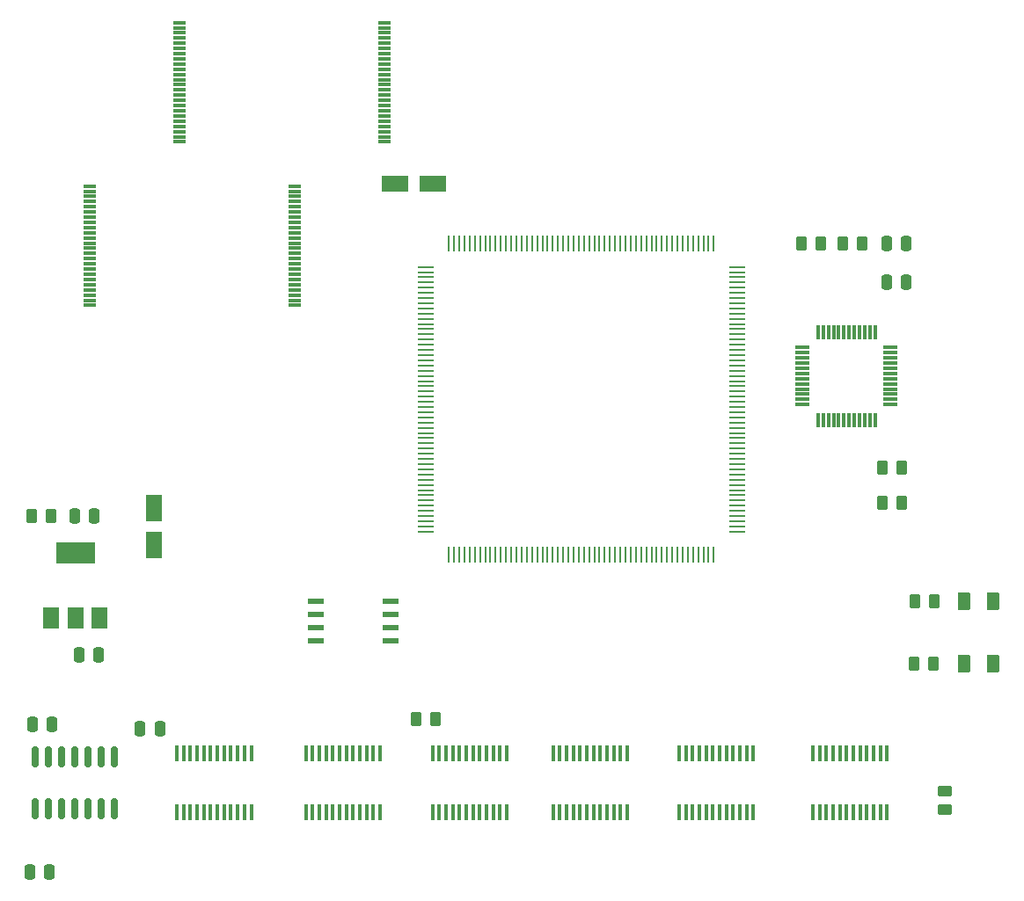
<source format=gbr>
%TF.GenerationSoftware,KiCad,Pcbnew,(6.0.7-rc1-83-g1005f75cdb)*%
%TF.CreationDate,2022-08-17T14:22:35+01:00*%
%TF.ProjectId,GfxFPGAS3,47667846-5047-4415-9333-2e6b69636164,rev?*%
%TF.SameCoordinates,Original*%
%TF.FileFunction,Paste,Top*%
%TF.FilePolarity,Positive*%
%FSLAX46Y46*%
G04 Gerber Fmt 4.6, Leading zero omitted, Abs format (unit mm)*
G04 Created by KiCad (PCBNEW (6.0.7-rc1-83-g1005f75cdb)) date 2022-08-17 14:22:35*
%MOMM*%
%LPD*%
G01*
G04 APERTURE LIST*
G04 Aperture macros list*
%AMRoundRect*
0 Rectangle with rounded corners*
0 $1 Rounding radius*
0 $2 $3 $4 $5 $6 $7 $8 $9 X,Y pos of 4 corners*
0 Add a 4 corners polygon primitive as box body*
4,1,4,$2,$3,$4,$5,$6,$7,$8,$9,$2,$3,0*
0 Add four circle primitives for the rounded corners*
1,1,$1+$1,$2,$3*
1,1,$1+$1,$4,$5*
1,1,$1+$1,$6,$7*
1,1,$1+$1,$8,$9*
0 Add four rect primitives between the rounded corners*
20,1,$1+$1,$2,$3,$4,$5,0*
20,1,$1+$1,$4,$5,$6,$7,0*
20,1,$1+$1,$6,$7,$8,$9,0*
20,1,$1+$1,$8,$9,$2,$3,0*%
G04 Aperture macros list end*
%ADD10RoundRect,0.250000X0.250000X0.475000X-0.250000X0.475000X-0.250000X-0.475000X0.250000X-0.475000X0*%
%ADD11RoundRect,0.250000X-0.250000X-0.475000X0.250000X-0.475000X0.250000X0.475000X-0.250000X0.475000X0*%
%ADD12RoundRect,0.250000X-0.550000X1.050000X-0.550000X-1.050000X0.550000X-1.050000X0.550000X1.050000X0*%
%ADD13RoundRect,0.250000X-0.262500X-0.450000X0.262500X-0.450000X0.262500X0.450000X-0.262500X0.450000X0*%
%ADD14RoundRect,0.150000X0.150000X-0.825000X0.150000X0.825000X-0.150000X0.825000X-0.150000X-0.825000X0*%
%ADD15R,1.500000X2.000000*%
%ADD16R,3.800000X2.000000*%
%ADD17R,1.500000X0.280000*%
%ADD18R,0.280000X1.500000*%
%ADD19R,1.610000X0.580000*%
%ADD20R,1.475000X0.300000*%
%ADD21R,0.300000X1.475000*%
%ADD22R,0.410000X1.570000*%
%ADD23R,1.300000X0.300000*%
%ADD24RoundRect,0.250000X-1.050000X-0.550000X1.050000X-0.550000X1.050000X0.550000X-1.050000X0.550000X0*%
%ADD25RoundRect,0.250000X0.375000X0.625000X-0.375000X0.625000X-0.375000X-0.625000X0.375000X-0.625000X0*%
%ADD26RoundRect,0.250000X0.450000X-0.262500X0.450000X0.262500X-0.450000X0.262500X-0.450000X-0.262500X0*%
G04 APERTURE END LIST*
D10*
%TO.C,C101*%
X111094000Y-118727000D03*
X109194000Y-118727000D03*
%TD*%
D11*
%TO.C,C102*%
X104450000Y-139600000D03*
X106350000Y-139600000D03*
%TD*%
%TO.C,C104*%
X104700000Y-125400000D03*
X106600000Y-125400000D03*
%TD*%
D12*
%TO.C,C105*%
X116444000Y-104527000D03*
X116444000Y-108127000D03*
%TD*%
D11*
%TO.C,C501*%
X186944000Y-79027000D03*
X188844000Y-79027000D03*
%TD*%
%TO.C,C502*%
X186944000Y-82827000D03*
X188844000Y-82827000D03*
%TD*%
D13*
%TO.C,R101*%
X104681500Y-105327000D03*
X106506500Y-105327000D03*
%TD*%
%TO.C,R501*%
X182719000Y-79027000D03*
X184544000Y-79027000D03*
%TD*%
%TO.C,R502*%
X178756500Y-79027000D03*
X180581500Y-79027000D03*
%TD*%
%TO.C,R503*%
X186544000Y-104027000D03*
X188369000Y-104027000D03*
%TD*%
%TO.C,R504*%
X186544000Y-100627000D03*
X188369000Y-100627000D03*
%TD*%
D14*
%TO.C,U101*%
X104990000Y-133475000D03*
X106260000Y-133475000D03*
X107530000Y-133475000D03*
X108800000Y-133475000D03*
X110070000Y-133475000D03*
X111340000Y-133475000D03*
X112610000Y-133475000D03*
X112610000Y-128525000D03*
X111340000Y-128525000D03*
X110070000Y-128525000D03*
X108800000Y-128525000D03*
X107530000Y-128525000D03*
X106260000Y-128525000D03*
X104990000Y-128525000D03*
%TD*%
D15*
%TO.C,U102*%
X106544000Y-115127000D03*
D16*
X108844000Y-108827000D03*
D15*
X108844000Y-115127000D03*
X111144000Y-115127000D03*
%TD*%
D17*
%TO.C,U301*%
X142585000Y-81315000D03*
X142585000Y-81815000D03*
X142585000Y-82315000D03*
X142585000Y-82815000D03*
X142585000Y-83315000D03*
X142585000Y-83815000D03*
X142585000Y-84315000D03*
X142585000Y-84815000D03*
X142585000Y-85315000D03*
X142585000Y-85815000D03*
X142585000Y-86315000D03*
X142585000Y-86815000D03*
X142585000Y-87315000D03*
X142585000Y-87815000D03*
X142585000Y-88315000D03*
X142585000Y-88815000D03*
X142585000Y-89315000D03*
X142585000Y-89815000D03*
X142585000Y-90315000D03*
X142585000Y-90815000D03*
X142585000Y-91315000D03*
X142585000Y-91815000D03*
X142585000Y-92315000D03*
X142585000Y-92815000D03*
X142585000Y-93315000D03*
X142585000Y-93815000D03*
X142585000Y-94315000D03*
X142585000Y-94815000D03*
X142585000Y-95315000D03*
X142585000Y-95815000D03*
X142585000Y-96315000D03*
X142585000Y-96815000D03*
X142585000Y-97315000D03*
X142585000Y-97815000D03*
X142585000Y-98315000D03*
X142585000Y-98815000D03*
X142585000Y-99315000D03*
X142585000Y-99815000D03*
X142585000Y-100315000D03*
X142585000Y-100815000D03*
X142585000Y-101315000D03*
X142585000Y-101815000D03*
X142585000Y-102315000D03*
X142585000Y-102815000D03*
X142585000Y-103315000D03*
X142585000Y-103815000D03*
X142585000Y-104315000D03*
X142585000Y-104815000D03*
X142585000Y-105315000D03*
X142585000Y-105815000D03*
X142585000Y-106315000D03*
X142585000Y-106815000D03*
D18*
X144800000Y-109030000D03*
X145300000Y-109030000D03*
X145800000Y-109030000D03*
X146300000Y-109030000D03*
X146800000Y-109030000D03*
X147300000Y-109030000D03*
X147800000Y-109030000D03*
X148300000Y-109030000D03*
X148800000Y-109030000D03*
X149300000Y-109030000D03*
X149800000Y-109030000D03*
X150300000Y-109030000D03*
X150800000Y-109030000D03*
X151300000Y-109030000D03*
X151800000Y-109030000D03*
X152300000Y-109030000D03*
X152800000Y-109030000D03*
X153300000Y-109030000D03*
X153800000Y-109030000D03*
X154300000Y-109030000D03*
X154800000Y-109030000D03*
X155300000Y-109030000D03*
X155800000Y-109030000D03*
X156300000Y-109030000D03*
X156800000Y-109030000D03*
X157300000Y-109030000D03*
X157800000Y-109030000D03*
X158300000Y-109030000D03*
X158800000Y-109030000D03*
X159300000Y-109030000D03*
X159800000Y-109030000D03*
X160300000Y-109030000D03*
X160800000Y-109030000D03*
X161300000Y-109030000D03*
X161800000Y-109030000D03*
X162300000Y-109030000D03*
X162800000Y-109030000D03*
X163300000Y-109030000D03*
X163800000Y-109030000D03*
X164300000Y-109030000D03*
X164800000Y-109030000D03*
X165300000Y-109030000D03*
X165800000Y-109030000D03*
X166300000Y-109030000D03*
X166800000Y-109030000D03*
X167300000Y-109030000D03*
X167800000Y-109030000D03*
X168300000Y-109030000D03*
X168800000Y-109030000D03*
X169300000Y-109030000D03*
X169800000Y-109030000D03*
X170300000Y-109030000D03*
D17*
X172515000Y-106815000D03*
X172515000Y-106315000D03*
X172515000Y-105815000D03*
X172515000Y-105315000D03*
X172515000Y-104815000D03*
X172515000Y-104315000D03*
X172515000Y-103815000D03*
X172515000Y-103315000D03*
X172515000Y-102815000D03*
X172515000Y-102315000D03*
X172515000Y-101815000D03*
X172515000Y-101315000D03*
X172515000Y-100815000D03*
X172515000Y-100315000D03*
X172515000Y-99815000D03*
X172515000Y-99315000D03*
X172515000Y-98815000D03*
X172515000Y-98315000D03*
X172515000Y-97815000D03*
X172515000Y-97315000D03*
X172515000Y-96815000D03*
X172515000Y-96315000D03*
X172515000Y-95815000D03*
X172515000Y-95315000D03*
X172515000Y-94815000D03*
X172515000Y-94315000D03*
X172515000Y-93815000D03*
X172515000Y-93315000D03*
X172515000Y-92815000D03*
X172515000Y-92315000D03*
X172515000Y-91815000D03*
X172515000Y-91315000D03*
X172515000Y-90815000D03*
X172515000Y-90315000D03*
X172515000Y-89815000D03*
X172515000Y-89315000D03*
X172515000Y-88815000D03*
X172515000Y-88315000D03*
X172515000Y-87815000D03*
X172515000Y-87315000D03*
X172515000Y-86815000D03*
X172515000Y-86315000D03*
X172515000Y-85815000D03*
X172515000Y-85315000D03*
X172515000Y-84815000D03*
X172515000Y-84315000D03*
X172515000Y-83815000D03*
X172515000Y-83315000D03*
X172515000Y-82815000D03*
X172515000Y-82315000D03*
X172515000Y-81815000D03*
X172515000Y-81315000D03*
D18*
X170300000Y-79100000D03*
X169800000Y-79100000D03*
X169300000Y-79100000D03*
X168800000Y-79100000D03*
X168300000Y-79100000D03*
X167800000Y-79100000D03*
X167300000Y-79100000D03*
X166800000Y-79100000D03*
X166300000Y-79100000D03*
X165800000Y-79100000D03*
X165300000Y-79100000D03*
X164800000Y-79100000D03*
X164300000Y-79100000D03*
X163800000Y-79100000D03*
X163300000Y-79100000D03*
X162800000Y-79100000D03*
X162300000Y-79100000D03*
X161800000Y-79100000D03*
X161300000Y-79100000D03*
X160800000Y-79100000D03*
X160300000Y-79100000D03*
X159800000Y-79100000D03*
X159300000Y-79100000D03*
X158800000Y-79100000D03*
X158300000Y-79100000D03*
X157800000Y-79100000D03*
X157300000Y-79100000D03*
X156800000Y-79100000D03*
X156300000Y-79100000D03*
X155800000Y-79100000D03*
X155300000Y-79100000D03*
X154800000Y-79100000D03*
X154300000Y-79100000D03*
X153800000Y-79100000D03*
X153300000Y-79100000D03*
X152800000Y-79100000D03*
X152300000Y-79100000D03*
X151800000Y-79100000D03*
X151300000Y-79100000D03*
X150800000Y-79100000D03*
X150300000Y-79100000D03*
X149800000Y-79100000D03*
X149300000Y-79100000D03*
X148800000Y-79100000D03*
X148300000Y-79100000D03*
X147800000Y-79100000D03*
X147300000Y-79100000D03*
X146800000Y-79100000D03*
X146300000Y-79100000D03*
X145800000Y-79100000D03*
X145300000Y-79100000D03*
X144800000Y-79100000D03*
%TD*%
D19*
%TO.C,U302*%
X131960000Y-113490000D03*
X131960000Y-114760000D03*
X131960000Y-116030000D03*
X131960000Y-117300000D03*
X139170000Y-117300000D03*
X139170000Y-116030000D03*
X139170000Y-114760000D03*
X139170000Y-113490000D03*
%TD*%
D20*
%TO.C,U501*%
X178844000Y-89075000D03*
X178844000Y-89575000D03*
X178844000Y-90075000D03*
X178844000Y-90575000D03*
X178844000Y-91075000D03*
X178844000Y-91575000D03*
X178844000Y-92075000D03*
X178844000Y-92575000D03*
X178844000Y-93075000D03*
X178844000Y-93575000D03*
X178844000Y-94075000D03*
X178844000Y-94575000D03*
D21*
X180332000Y-96063000D03*
X180832000Y-96063000D03*
X181332000Y-96063000D03*
X181832000Y-96063000D03*
X182332000Y-96063000D03*
X182832000Y-96063000D03*
X183332000Y-96063000D03*
X183832000Y-96063000D03*
X184332000Y-96063000D03*
X184832000Y-96063000D03*
X185332000Y-96063000D03*
X185832000Y-96063000D03*
D20*
X187320000Y-94575000D03*
X187320000Y-94075000D03*
X187320000Y-93575000D03*
X187320000Y-93075000D03*
X187320000Y-92575000D03*
X187320000Y-92075000D03*
X187320000Y-91575000D03*
X187320000Y-91075000D03*
X187320000Y-90575000D03*
X187320000Y-90075000D03*
X187320000Y-89575000D03*
X187320000Y-89075000D03*
D21*
X185832000Y-87587000D03*
X185332000Y-87587000D03*
X184832000Y-87587000D03*
X184332000Y-87587000D03*
X183832000Y-87587000D03*
X183332000Y-87587000D03*
X182832000Y-87587000D03*
X182332000Y-87587000D03*
X181832000Y-87587000D03*
X181332000Y-87587000D03*
X180832000Y-87587000D03*
X180332000Y-87587000D03*
%TD*%
D22*
%TO.C,U201*%
X154825000Y-133870000D03*
X155475000Y-133870000D03*
X156125000Y-133870000D03*
X156775000Y-133870000D03*
X157425000Y-133870000D03*
X158075000Y-133870000D03*
X158725000Y-133870000D03*
X159375000Y-133870000D03*
X160025000Y-133870000D03*
X160675000Y-133870000D03*
X161325000Y-133870000D03*
X161975000Y-133870000D03*
X161975000Y-128130000D03*
X161325000Y-128130000D03*
X160675000Y-128130000D03*
X160025000Y-128130000D03*
X159375000Y-128130000D03*
X158725000Y-128130000D03*
X158075000Y-128130000D03*
X157425000Y-128130000D03*
X156775000Y-128130000D03*
X156125000Y-128130000D03*
X155475000Y-128130000D03*
X154825000Y-128130000D03*
%TD*%
%TO.C,U202*%
X143225000Y-133870000D03*
X143875000Y-133870000D03*
X144525000Y-133870000D03*
X145175000Y-133870000D03*
X145825000Y-133870000D03*
X146475000Y-133870000D03*
X147125000Y-133870000D03*
X147775000Y-133870000D03*
X148425000Y-133870000D03*
X149075000Y-133870000D03*
X149725000Y-133870000D03*
X150375000Y-133870000D03*
X150375000Y-128130000D03*
X149725000Y-128130000D03*
X149075000Y-128130000D03*
X148425000Y-128130000D03*
X147775000Y-128130000D03*
X147125000Y-128130000D03*
X146475000Y-128130000D03*
X145825000Y-128130000D03*
X145175000Y-128130000D03*
X144525000Y-128130000D03*
X143875000Y-128130000D03*
X143225000Y-128130000D03*
%TD*%
%TO.C,U204*%
X118625000Y-133870000D03*
X119275000Y-133870000D03*
X119925000Y-133870000D03*
X120575000Y-133870000D03*
X121225000Y-133870000D03*
X121875000Y-133870000D03*
X122525000Y-133870000D03*
X123175000Y-133870000D03*
X123825000Y-133870000D03*
X124475000Y-133870000D03*
X125125000Y-133870000D03*
X125775000Y-133870000D03*
X125775000Y-128130000D03*
X125125000Y-128130000D03*
X124475000Y-128130000D03*
X123825000Y-128130000D03*
X123175000Y-128130000D03*
X122525000Y-128130000D03*
X121875000Y-128130000D03*
X121225000Y-128130000D03*
X120575000Y-128130000D03*
X119925000Y-128130000D03*
X119275000Y-128130000D03*
X118625000Y-128130000D03*
%TD*%
%TO.C,U205*%
X179825000Y-133870000D03*
X180475000Y-133870000D03*
X181125000Y-133870000D03*
X181775000Y-133870000D03*
X182425000Y-133870000D03*
X183075000Y-133870000D03*
X183725000Y-133870000D03*
X184375000Y-133870000D03*
X185025000Y-133870000D03*
X185675000Y-133870000D03*
X186325000Y-133870000D03*
X186975000Y-133870000D03*
X186975000Y-128130000D03*
X186325000Y-128130000D03*
X185675000Y-128130000D03*
X185025000Y-128130000D03*
X184375000Y-128130000D03*
X183725000Y-128130000D03*
X183075000Y-128130000D03*
X182425000Y-128130000D03*
X181775000Y-128130000D03*
X181125000Y-128130000D03*
X180475000Y-128130000D03*
X179825000Y-128130000D03*
%TD*%
%TO.C,U206*%
X166960000Y-133870000D03*
X167610000Y-133870000D03*
X168260000Y-133870000D03*
X168910000Y-133870000D03*
X169560000Y-133870000D03*
X170210000Y-133870000D03*
X170860000Y-133870000D03*
X171510000Y-133870000D03*
X172160000Y-133870000D03*
X172810000Y-133870000D03*
X173460000Y-133870000D03*
X174110000Y-133870000D03*
X174110000Y-128130000D03*
X173460000Y-128130000D03*
X172810000Y-128130000D03*
X172160000Y-128130000D03*
X171510000Y-128130000D03*
X170860000Y-128130000D03*
X170210000Y-128130000D03*
X169560000Y-128130000D03*
X168910000Y-128130000D03*
X168260000Y-128130000D03*
X167610000Y-128130000D03*
X166960000Y-128130000D03*
%TD*%
%TO.C,U203*%
X131025000Y-133870000D03*
X131675000Y-133870000D03*
X132325000Y-133870000D03*
X132975000Y-133870000D03*
X133625000Y-133870000D03*
X134275000Y-133870000D03*
X134925000Y-133870000D03*
X135575000Y-133870000D03*
X136225000Y-133870000D03*
X136875000Y-133870000D03*
X137525000Y-133870000D03*
X138175000Y-133870000D03*
X138175000Y-128130000D03*
X137525000Y-128130000D03*
X136875000Y-128130000D03*
X136225000Y-128130000D03*
X135575000Y-128130000D03*
X134925000Y-128130000D03*
X134275000Y-128130000D03*
X133625000Y-128130000D03*
X132975000Y-128130000D03*
X132325000Y-128130000D03*
X131675000Y-128130000D03*
X131025000Y-128130000D03*
%TD*%
D11*
%TO.C,C106*%
X108794000Y-105327000D03*
X110694000Y-105327000D03*
%TD*%
D23*
%TO.C,U402*%
X138594000Y-69277000D03*
X138594000Y-68777000D03*
X138594000Y-68277000D03*
X138594000Y-67777000D03*
X138594000Y-67277000D03*
X138594000Y-66777000D03*
X138594000Y-66277000D03*
X138594000Y-65777000D03*
X138594000Y-65277000D03*
X138594000Y-64777000D03*
X138594000Y-64277000D03*
X138594000Y-63777000D03*
X138594000Y-63277000D03*
X138594000Y-62777000D03*
X138594000Y-62277000D03*
X138594000Y-61777000D03*
X138594000Y-61277000D03*
X138594000Y-60777000D03*
X138594000Y-60277000D03*
X138594000Y-59777000D03*
X138594000Y-59277000D03*
X138594000Y-58777000D03*
X138594000Y-58277000D03*
X138594000Y-57777000D03*
X118894000Y-57777000D03*
X118894000Y-58277000D03*
X118894000Y-58777000D03*
X118894000Y-59277000D03*
X118894000Y-59777000D03*
X118894000Y-60277000D03*
X118894000Y-60777000D03*
X118894000Y-61277000D03*
X118894000Y-61777000D03*
X118894000Y-62277000D03*
X118894000Y-62777000D03*
X118894000Y-63277000D03*
X118894000Y-63777000D03*
X118894000Y-64277000D03*
X118894000Y-64777000D03*
X118894000Y-65277000D03*
X118894000Y-65777000D03*
X118894000Y-66277000D03*
X118894000Y-66777000D03*
X118894000Y-67277000D03*
X118894000Y-67777000D03*
X118894000Y-68277000D03*
X118894000Y-68777000D03*
X118894000Y-69277000D03*
%TD*%
%TO.C,U401*%
X129944000Y-85027000D03*
X129944000Y-84527000D03*
X129944000Y-84027000D03*
X129944000Y-83527000D03*
X129944000Y-83027000D03*
X129944000Y-82527000D03*
X129944000Y-82027000D03*
X129944000Y-81527000D03*
X129944000Y-81027000D03*
X129944000Y-80527000D03*
X129944000Y-80027000D03*
X129944000Y-79527000D03*
X129944000Y-79027000D03*
X129944000Y-78527000D03*
X129944000Y-78027000D03*
X129944000Y-77527000D03*
X129944000Y-77027000D03*
X129944000Y-76527000D03*
X129944000Y-76027000D03*
X129944000Y-75527000D03*
X129944000Y-75027000D03*
X129944000Y-74527000D03*
X129944000Y-74027000D03*
X129944000Y-73527000D03*
X110244000Y-73527000D03*
X110244000Y-74027000D03*
X110244000Y-74527000D03*
X110244000Y-75027000D03*
X110244000Y-75527000D03*
X110244000Y-76027000D03*
X110244000Y-76527000D03*
X110244000Y-77027000D03*
X110244000Y-77527000D03*
X110244000Y-78027000D03*
X110244000Y-78527000D03*
X110244000Y-79027000D03*
X110244000Y-79527000D03*
X110244000Y-80027000D03*
X110244000Y-80527000D03*
X110244000Y-81027000D03*
X110244000Y-81527000D03*
X110244000Y-82027000D03*
X110244000Y-82527000D03*
X110244000Y-83027000D03*
X110244000Y-83527000D03*
X110244000Y-84027000D03*
X110244000Y-84527000D03*
X110244000Y-85027000D03*
%TD*%
D24*
%TO.C,C1*%
X139644000Y-73327000D03*
X143244000Y-73327000D03*
%TD*%
D25*
%TO.C,D2*%
X197200000Y-119500000D03*
X194400000Y-119500000D03*
%TD*%
%TO.C,D1*%
X197200000Y-113500000D03*
X194400000Y-113500000D03*
%TD*%
D10*
%TO.C,C103*%
X117000000Y-125800000D03*
X115100000Y-125800000D03*
%TD*%
D13*
%TO.C,R12*%
X189575000Y-119500000D03*
X191400000Y-119500000D03*
%TD*%
%TO.C,R7*%
X141675000Y-124900000D03*
X143500000Y-124900000D03*
%TD*%
%TO.C,R2*%
X189675000Y-113500000D03*
X191500000Y-113500000D03*
%TD*%
D26*
%TO.C,R8*%
X192500000Y-133600000D03*
X192500000Y-131775000D03*
%TD*%
M02*

</source>
